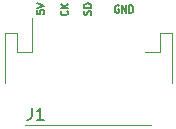
<source format=gbr>
G04 #@! TF.GenerationSoftware,KiCad,Pcbnew,(5.1.5)-3*
G04 #@! TF.CreationDate,2020-12-16T00:15:17-05:00*
G04 #@! TF.ProjectId,pixel,70697865-6c2e-46b6-9963-61645f706362,0.1a*
G04 #@! TF.SameCoordinates,Original*
G04 #@! TF.FileFunction,Legend,Top*
G04 #@! TF.FilePolarity,Positive*
%FSLAX46Y46*%
G04 Gerber Fmt 4.6, Leading zero omitted, Abs format (unit mm)*
G04 Created by KiCad (PCBNEW (5.1.5)-3) date 2020-12-16 00:15:17*
%MOMM*%
%LPD*%
G04 APERTURE LIST*
%ADD10C,0.150000*%
%ADD11C,0.120000*%
G04 APERTURE END LIST*
D10*
X122267857Y-104725000D02*
X122210714Y-104696428D01*
X122125000Y-104696428D01*
X122039285Y-104725000D01*
X121982142Y-104782142D01*
X121953571Y-104839285D01*
X121925000Y-104953571D01*
X121925000Y-105039285D01*
X121953571Y-105153571D01*
X121982142Y-105210714D01*
X122039285Y-105267857D01*
X122125000Y-105296428D01*
X122182142Y-105296428D01*
X122267857Y-105267857D01*
X122296428Y-105239285D01*
X122296428Y-105039285D01*
X122182142Y-105039285D01*
X122553571Y-105296428D02*
X122553571Y-104696428D01*
X122896428Y-105296428D01*
X122896428Y-104696428D01*
X123182142Y-105296428D02*
X123182142Y-104696428D01*
X123325000Y-104696428D01*
X123410714Y-104725000D01*
X123467857Y-104782142D01*
X123496428Y-104839285D01*
X123525000Y-104953571D01*
X123525000Y-105039285D01*
X123496428Y-105153571D01*
X123467857Y-105210714D01*
X123410714Y-105267857D01*
X123325000Y-105296428D01*
X123182142Y-105296428D01*
X119892857Y-105471428D02*
X119921428Y-105385714D01*
X119921428Y-105242857D01*
X119892857Y-105185714D01*
X119864285Y-105157142D01*
X119807142Y-105128571D01*
X119750000Y-105128571D01*
X119692857Y-105157142D01*
X119664285Y-105185714D01*
X119635714Y-105242857D01*
X119607142Y-105357142D01*
X119578571Y-105414285D01*
X119550000Y-105442857D01*
X119492857Y-105471428D01*
X119435714Y-105471428D01*
X119378571Y-105442857D01*
X119350000Y-105414285D01*
X119321428Y-105357142D01*
X119321428Y-105214285D01*
X119350000Y-105128571D01*
X119921428Y-104871428D02*
X119321428Y-104871428D01*
X119321428Y-104728571D01*
X119350000Y-104642857D01*
X119407142Y-104585714D01*
X119464285Y-104557142D01*
X119578571Y-104528571D01*
X119664285Y-104528571D01*
X119778571Y-104557142D01*
X119835714Y-104585714D01*
X119892857Y-104642857D01*
X119921428Y-104728571D01*
X119921428Y-104871428D01*
X117914285Y-105139285D02*
X117942857Y-105167857D01*
X117971428Y-105253571D01*
X117971428Y-105310714D01*
X117942857Y-105396428D01*
X117885714Y-105453571D01*
X117828571Y-105482142D01*
X117714285Y-105510714D01*
X117628571Y-105510714D01*
X117514285Y-105482142D01*
X117457142Y-105453571D01*
X117400000Y-105396428D01*
X117371428Y-105310714D01*
X117371428Y-105253571D01*
X117400000Y-105167857D01*
X117428571Y-105139285D01*
X117971428Y-104882142D02*
X117371428Y-104882142D01*
X117971428Y-104539285D02*
X117628571Y-104796428D01*
X117371428Y-104539285D02*
X117714285Y-104882142D01*
X115346428Y-105114285D02*
X115346428Y-105400000D01*
X115632142Y-105428571D01*
X115603571Y-105400000D01*
X115575000Y-105342857D01*
X115575000Y-105200000D01*
X115603571Y-105142857D01*
X115632142Y-105114285D01*
X115689285Y-105085714D01*
X115832142Y-105085714D01*
X115889285Y-105114285D01*
X115917857Y-105142857D01*
X115946428Y-105200000D01*
X115946428Y-105342857D01*
X115917857Y-105400000D01*
X115889285Y-105428571D01*
X115346428Y-104914285D02*
X115946428Y-104714285D01*
X115346428Y-104514285D01*
D11*
X114360000Y-114835000D02*
X125040000Y-114835000D01*
X125740000Y-108615000D02*
X124460000Y-108615000D01*
X125740000Y-107015000D02*
X125740000Y-108615000D01*
X126760000Y-107015000D02*
X125740000Y-107015000D01*
X126760000Y-111265000D02*
X126760000Y-107015000D01*
X114940000Y-108615000D02*
X114940000Y-105725000D01*
X113660000Y-108615000D02*
X114940000Y-108615000D01*
X113660000Y-107015000D02*
X113660000Y-108615000D01*
X112640000Y-107015000D02*
X113660000Y-107015000D01*
X112640000Y-111265000D02*
X112640000Y-107015000D01*
D10*
X114916666Y-113377380D02*
X114916666Y-114091666D01*
X114869047Y-114234523D01*
X114773809Y-114329761D01*
X114630952Y-114377380D01*
X114535714Y-114377380D01*
X115916666Y-114377380D02*
X115345238Y-114377380D01*
X115630952Y-114377380D02*
X115630952Y-113377380D01*
X115535714Y-113520238D01*
X115440476Y-113615476D01*
X115345238Y-113663095D01*
M02*

</source>
